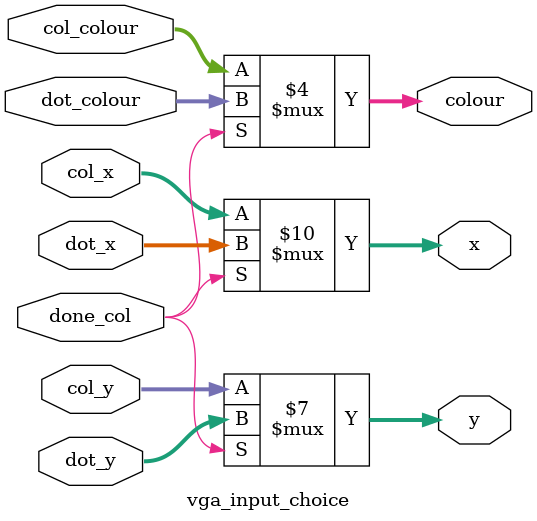
<source format=v>
module vga_input_choice(done_col, col_x, col_y, col_colour, dot_x, dot_y, dot_colour, x, y, colour);
	input done_col;
	input [7:0] col_x, dot_x;
	input [6:0] col_y, dot_y;
	input [2:0] dot_colour, col_colour;
	output reg [7:0] x;
	output reg [6:0] y;
	output reg [2:0] colour;
	
	always @(*)
	begin
		if (!done_col) begin
			// if columns are still being drawn make vga take columns input
			x = col_x;
			y = col_y;
			colour = col_colour;
			end
		else begin
			// else make it take input from the dot
			x = dot_x;
			y = dot_y;
			colour = dot_colour;
			end
	end
endmodule

</source>
